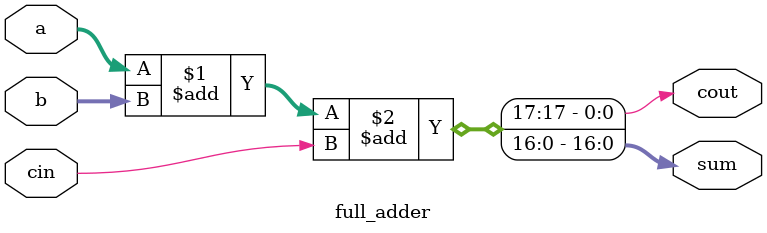
<source format=v>
module full_adder (
    input [15:0] a,
    input [15:0] b,
    input cin,
    output [16:0] sum,
    output cout
);
    assign {cout, sum} = a + b + cin;
endmodule
</source>
